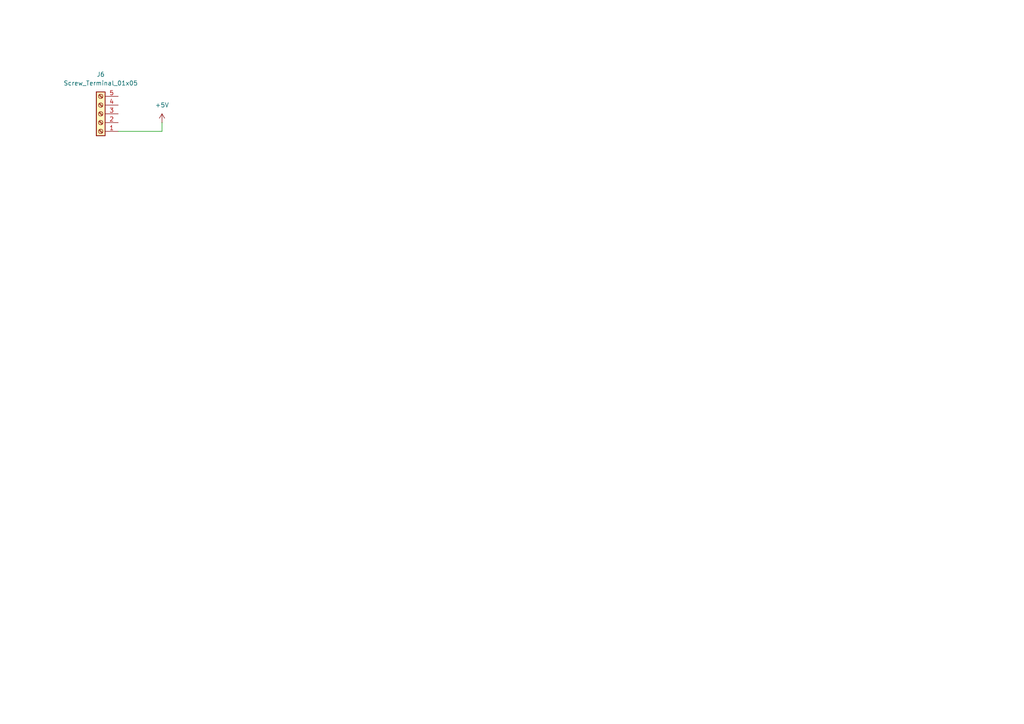
<source format=kicad_sch>
(kicad_sch (version 20250114) (generator "eeschema") (generator_version "9.0")
  (paper "A4")
  (lib_symbols
    (symbol "Connector:Screw_Terminal_01x05" (pin_names (offset 1.016) (hide yes))
      (property "Reference" "J" (at 0 7.62 0))
      (property "Value" "Screw_Terminal_01x05" (at 0 -7.62 0))
      (symbol "Screw_Terminal_01x05_1_1"
        (rectangle (start -1.27 6.35) (end 1.27 -6.35) (stroke (width 0.254)) (fill (type background)))
        (polyline (pts (xy -0.5334 5.4102) (xy 0.3302 4.572)) (stroke (width 0.1524)))
        (polyline (pts (xy -0.5334 2.8702) (xy 0.3302 2.032)) (stroke (width 0.1524)))
        (polyline (pts (xy -0.5334 0.3302) (xy 0.3302 -0.508)) (stroke (width 0.1524)))
        (polyline (pts (xy -0.5334 -2.2098) (xy 0.3302 -3.048)) (stroke (width 0.1524)))
        (polyline (pts (xy -0.5334 -4.7498) (xy 0.3302 -5.588)) (stroke (width 0.1524)))
        (polyline (pts (xy -0.3556 5.588) (xy 0.508 4.7498)) (stroke (width 0.1524)))
        (polyline (pts (xy -0.3556 3.048) (xy 0.508 2.2098)) (stroke (width 0.1524)))
        (polyline (pts (xy -0.3556 0.508) (xy 0.508 -0.3302)) (stroke (width 0.1524)))
        (polyline (pts (xy -0.3556 -2.032) (xy 0.508 -2.8702)) (stroke (width 0.1524)))
        (polyline (pts (xy -0.3556 -4.572) (xy 0.508 -5.4102)) (stroke (width 0.1524)))
        (circle (center 0 5.08) (radius 0.635) (stroke (width 0.1524)))
        (circle (center 0 2.54) (radius 0.635) (stroke (width 0.1524)))
        (circle (center 0 0) (radius 0.635) (stroke (width 0.1524)))
        (circle (center 0 -2.54) (radius 0.635) (stroke (width 0.1524)))
        (circle (center 0 -5.08) (radius 0.635) (stroke (width 0.1524)))
        (pin passive line (at -5.08 5.08 0) (length 3.81) (name "Pin_1") (number "1"))
        (pin passive line (at -5.08 2.54 0) (length 3.81) (name "Pin_2") (number "2"))
        (pin passive line (at -5.08 0 0) (length 3.81) (name "Pin_3") (number "3"))
        (pin passive line (at -5.08 -2.54 0) (length 3.81) (name "Pin_4") (number "4"))
        (pin passive line (at -5.08 -5.08 0) (length 3.81) (name "Pin_5") (number "5"))
      )
    )
    (symbol "power:+5V" (power) (pin_numbers (hide yes)) (pin_names (offset 0) (hide yes))
      (property "Value" "+5V" (at 0 3.556 0))
      (symbol "+5V_0_1"
        (polyline (pts (xy -0.762 1.27) (xy 0 2.54)))
        (polyline (pts (xy 0 2.54) (xy 0.762 1.27)))
        (polyline (pts (xy 0 0) (xy 0 2.54)))
      )
      (symbol "+5V_1_1"
        (pin power_in line (at 0 0 90) (length 0) (name "~") (number "1"))
      )
    )
  )
  (wire (pts (xy 46.99 35.56) (xy 46.99 38.1)))
  (wire (pts (xy 34.29 38.1) (xy 46.99 38.1)))
  (symbol (lib_id "power:+5V") (at 46.99 35.56 0) (unit 1)
    (property "Reference" "#PWR057" (effects (hide yes)))
    (property "Value" "+5V" (at 46.99 30.48 0))
    (property "Description" "Power symbol creates a global label with name \"+5V\"" (effects (hide yes)))
  )
  (symbol (lib_id "Connector:Screw_Terminal_01x05") (at 29.21 33.02 180) (unit 1)
    (property "Reference" "J6" (at 29.21 21.59 0))
    (property "Value" "Screw_Terminal_01x05" (at 29.21 24.13 0))
    (property "Description" "Generic screw terminal, single row, 01x05, script generated (kicad-library-utils/schlib/autogen/connector/)" (effects (hide yes)))
  )
)
</source>
